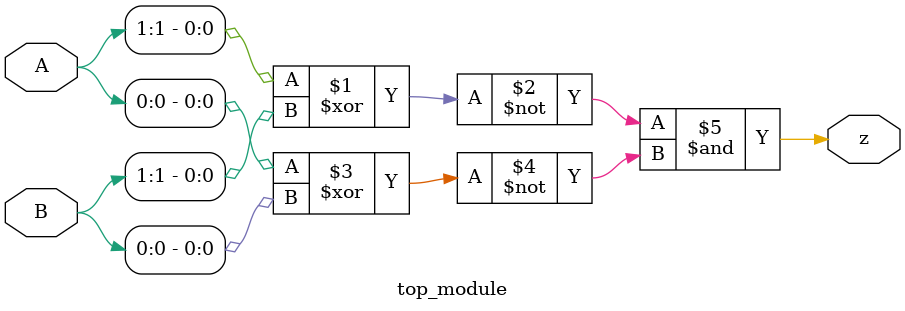
<source format=v>
module top_module ( input [1:0] A, input [1:0] B, output z ); 
    assign z = (~(A[1] ^ B[1])) & (~(A[0] ^ B[0]));
    //assign z = (A[1:0]==B[1:0]);	// Comparisons produce a 1 or 0 result.
endmodule
</source>
